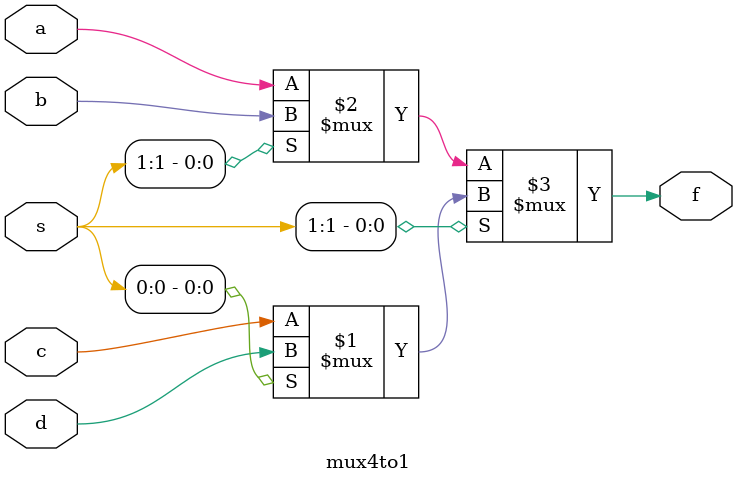
<source format=v>
module mux4to1(a,b,c,d,s,f); 

input a,b,c,d;
input [1:0] s; 

output f ; 

assign f = s[1] ?(s[0]?d:c):(s[1]?b:a);

endmodule  
</source>
